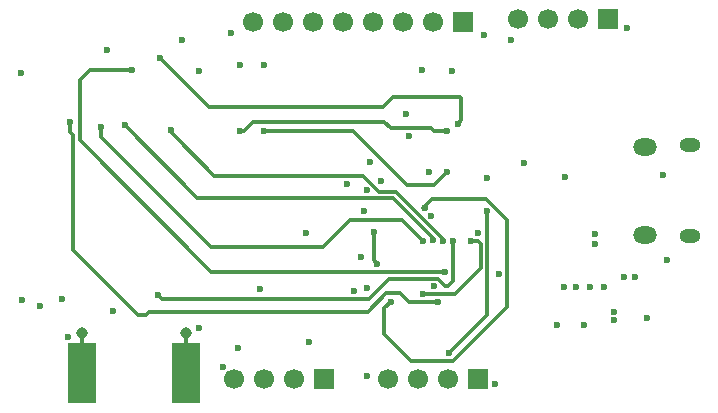
<source format=gbr>
%TF.GenerationSoftware,KiCad,Pcbnew,9.0.3*%
%TF.CreationDate,2025-09-24T15:40:22-07:00*%
%TF.ProjectId,linklet,6c696e6b-6c65-4742-9e6b-696361645f70,rev?*%
%TF.SameCoordinates,Original*%
%TF.FileFunction,Copper,L4,Bot*%
%TF.FilePolarity,Positive*%
%FSLAX46Y46*%
G04 Gerber Fmt 4.6, Leading zero omitted, Abs format (unit mm)*
G04 Created by KiCad (PCBNEW 9.0.3) date 2025-09-24 15:40:22*
%MOMM*%
%LPD*%
G01*
G04 APERTURE LIST*
%TA.AperFunction,ComponentPad*%
%ADD10R,1.700000X1.700000*%
%TD*%
%TA.AperFunction,ComponentPad*%
%ADD11C,1.700000*%
%TD*%
%TA.AperFunction,HeatsinkPad*%
%ADD12O,1.800000X1.150000*%
%TD*%
%TA.AperFunction,HeatsinkPad*%
%ADD13O,2.000000X1.450000*%
%TD*%
%TA.AperFunction,SMDPad,CuDef*%
%ADD14R,2.420000X5.080000*%
%TD*%
%TA.AperFunction,SMDPad,CuDef*%
%ADD15R,0.460000X0.950000*%
%TD*%
%TA.AperFunction,ComponentPad*%
%ADD16C,0.970000*%
%TD*%
%TA.AperFunction,ViaPad*%
%ADD17C,0.600000*%
%TD*%
%TA.AperFunction,Conductor*%
%ADD18C,0.300000*%
%TD*%
G04 APERTURE END LIST*
D10*
%TO.P,J7,1,Pin_1*%
%TO.N,+3.3V*%
X95890000Y-82000000D03*
D11*
%TO.P,J7,2,Pin_2*%
%TO.N,/USER_I2C_SDA*%
X93350000Y-82000000D03*
%TO.P,J7,3,Pin_3*%
%TO.N,/USER_I2C_SCL*%
X90810000Y-82000000D03*
%TO.P,J7,4,Pin_4*%
%TO.N,/USER_UART_TX*%
X88270000Y-82000000D03*
%TO.P,J7,5,Pin_5*%
%TO.N,/USER_UART_RX*%
X85730000Y-82000000D03*
%TO.P,J7,6,Pin_6*%
%TO.N,unconnected-(J7-Pin_6-Pad6)*%
X83190000Y-82000000D03*
%TO.P,J7,7,Pin_7*%
%TO.N,unconnected-(J7-Pin_7-Pad7)*%
X80650000Y-82000000D03*
%TO.P,J7,8,Pin_8*%
%TO.N,GND*%
X78110000Y-82000000D03*
%TD*%
D12*
%TO.P,J1,6,Shield*%
%TO.N,unconnected-(J1-Shield-Pad6)_3*%
X115095000Y-100115000D03*
D13*
%TO.N,unconnected-(J1-Shield-Pad6)_2*%
X111295000Y-99965000D03*
%TO.N,unconnected-(J1-Shield-Pad6)_1*%
X111295000Y-92515000D03*
D12*
%TO.N,unconnected-(J1-Shield-Pad6)*%
X115095000Y-92365000D03*
%TD*%
D10*
%TO.P,J2,1,Pin_1*%
%TO.N,+3.3V*%
X108120000Y-81750000D03*
D11*
%TO.P,J2,2,Pin_2*%
%TO.N,/SWDIO*%
X105580000Y-81750000D03*
%TO.P,J2,3,Pin_3*%
%TO.N,/SWCLK*%
X103040000Y-81750000D03*
%TO.P,J2,4,Pin_4*%
%TO.N,GND*%
X100500000Y-81750000D03*
%TD*%
D14*
%TO.P,J6,2,Ext*%
%TO.N,GND*%
X63620000Y-111700000D03*
X72380000Y-111700000D03*
D15*
X63620000Y-108710000D03*
X72380000Y-108710000D03*
D16*
X63620000Y-108260000D03*
X72380000Y-108260000D03*
%TD*%
D10*
%TO.P,J4,1,Pin_1*%
%TO.N,+3.3V*%
X84080000Y-112200000D03*
D11*
%TO.P,J4,2,Pin_2*%
%TO.N,/I2C_SCL*%
X81540000Y-112200000D03*
%TO.P,J4,3,Pin_3*%
%TO.N,/I2C_SDA*%
X79000000Y-112200000D03*
%TO.P,J4,4,Pin_4*%
%TO.N,GND*%
X76460000Y-112200000D03*
%TD*%
D10*
%TO.P,J3,1,Pin_1*%
%TO.N,+3.3V*%
X97120000Y-112200000D03*
D11*
%TO.P,J3,2,Pin_2*%
%TO.N,/USART1_TX*%
X94580000Y-112200000D03*
%TO.P,J3,3,Pin_3*%
%TO.N,/USART1_RX*%
X92040000Y-112200000D03*
%TO.P,J3,4,Pin_4*%
%TO.N,GND*%
X89500000Y-112200000D03*
%TD*%
D17*
%TO.N,GND*%
X107000000Y-100800000D03*
X93106714Y-98356821D03*
X61900000Y-105400000D03*
X58500000Y-105500000D03*
X58400000Y-86300000D03*
X107800000Y-104400000D03*
X66200000Y-106400000D03*
X99900000Y-83500000D03*
X112800000Y-94900000D03*
X107000000Y-99900000D03*
X87700000Y-111900000D03*
X97090000Y-99850000D03*
X109500000Y-103600000D03*
X93400000Y-104350000D03*
X113100000Y-102100000D03*
X87700000Y-104500000D03*
X87450001Y-97959625D03*
X73500000Y-107900000D03*
X62400000Y-108600000D03*
X82600000Y-99800000D03*
X93000000Y-94700000D03*
X88000000Y-93800000D03*
X72100000Y-83500000D03*
X73500000Y-86100000D03*
X76200000Y-82900000D03*
X87200000Y-101900000D03*
X97900000Y-95162500D03*
X87700000Y-96200000D03*
X75500000Y-111200000D03*
X110400000Y-103600000D03*
X86000000Y-95700000D03*
X60000000Y-106000000D03*
X106600000Y-104400000D03*
%TO.N,+3.3V*%
X92400000Y-86000000D03*
X98600000Y-112600000D03*
X108600000Y-107200000D03*
X91000000Y-89800000D03*
X77000000Y-85600000D03*
X82800000Y-109100000D03*
X91300000Y-91600000D03*
X76800000Y-109600000D03*
X86600000Y-104750000D03*
X65700000Y-84300000D03*
X109700000Y-82500000D03*
X98900000Y-103300000D03*
X101000000Y-93900000D03*
X94900000Y-86100000D03*
X103800000Y-107600000D03*
X106100000Y-107600000D03*
X78700000Y-104600000D03*
X79000000Y-85600000D03*
X108600000Y-106500000D03*
X104500000Y-95100000D03*
X97600000Y-83100000D03*
X105400000Y-104400000D03*
X104400000Y-104400000D03*
X88900000Y-95400000D03*
X111400000Y-107000000D03*
%TO.N,+3.3VA*%
X88309620Y-99709620D03*
X88600000Y-102450000D03*
%TO.N,/NRST*%
X92650000Y-97700000D03*
X89750000Y-105650000D03*
%TO.N,/TX_LED*%
X94490380Y-94690380D03*
X79000000Y-91200000D03*
%TO.N,/RX_LED*%
X94515103Y-91215103D03*
X77000000Y-91200000D03*
%TO.N,/USART1_TX*%
X94700000Y-110000000D03*
X97900000Y-98000000D03*
%TO.N,/I2C_SDA*%
X96500000Y-100500000D03*
X92500000Y-105000000D03*
%TO.N,/BOOT0*%
X95400000Y-90600000D03*
X70200000Y-85000000D03*
%TO.N,/RFM69HCW_IRQ*%
X70000000Y-105050000D03*
X94992499Y-100535021D03*
%TO.N,/RFM69HCW_MISO*%
X71100000Y-91100000D03*
X94193879Y-100488064D03*
%TO.N,/RFM69HCW_SCK*%
X93320000Y-100410000D03*
X67200000Y-90700000D03*
%TO.N,/RFM69HCW_CS*%
X65200000Y-90900000D03*
X92500000Y-100500000D03*
%TO.N,/RFM69HCW_RESET*%
X62600000Y-90400000D03*
X93700000Y-105650000D03*
%TO.N,/RFM69HCW_MOSI*%
X94300000Y-103100000D03*
X67800000Y-86000000D03*
%TD*%
D18*
%TO.N,+3.3VA*%
X88309620Y-102159620D02*
X88600000Y-102450000D01*
X88309620Y-99709620D02*
X88309620Y-102159620D01*
%TO.N,/NRST*%
X91430346Y-110651000D02*
X94969654Y-110651000D01*
X89750000Y-105650000D02*
X89200000Y-106200000D01*
X94969654Y-110651000D02*
X99551000Y-106069654D01*
X99551000Y-98730346D02*
X97769654Y-96949000D01*
X89200000Y-108420654D02*
X91430346Y-110651000D01*
X93251000Y-96949000D02*
X92500000Y-97700000D01*
X99551000Y-106069654D02*
X99551000Y-98730346D01*
X89200000Y-106200000D02*
X89200000Y-108420654D01*
X92500000Y-97700000D02*
X92650000Y-97700000D01*
X97769654Y-96949000D02*
X93251000Y-96949000D01*
%TO.N,/TX_LED*%
X79000000Y-91200000D02*
X86500000Y-91200000D01*
X86500000Y-91200000D02*
X91100000Y-95800000D01*
X93380760Y-95800000D02*
X94490380Y-94690380D01*
X91100000Y-95800000D02*
X93380760Y-95800000D01*
%TO.N,/RX_LED*%
X77300000Y-91200000D02*
X77000000Y-91200000D01*
X78100000Y-90400000D02*
X77300000Y-91200000D01*
X93147204Y-90949000D02*
X89728346Y-90949000D01*
X94515103Y-91215103D02*
X93413307Y-91215103D01*
X93413307Y-91215103D02*
X93147204Y-90949000D01*
X89728346Y-90949000D02*
X89179346Y-90400000D01*
X89179346Y-90400000D02*
X78100000Y-90400000D01*
%TO.N,/USART1_TX*%
X97900000Y-98000000D02*
X97900000Y-106800000D01*
X97900000Y-106800000D02*
X94700000Y-110000000D01*
%TO.N,/I2C_SDA*%
X96500000Y-100500000D02*
X97100000Y-100500000D01*
X95179346Y-105000000D02*
X92500000Y-105000000D01*
X97100000Y-100500000D02*
X97399000Y-100799000D01*
X97399000Y-100799000D02*
X97399000Y-102780346D01*
X97399000Y-102780346D02*
X95179346Y-105000000D01*
%TO.N,/BOOT0*%
X95700000Y-90300000D02*
X95400000Y-90600000D01*
X95700000Y-88400000D02*
X95700000Y-90300000D01*
X70200000Y-85000000D02*
X74349000Y-89149000D01*
X95600000Y-88300000D02*
X95700000Y-88400000D01*
X89051000Y-89149000D02*
X89900000Y-88300000D01*
X89900000Y-88300000D02*
X95600000Y-88300000D01*
X74349000Y-89149000D02*
X89051000Y-89149000D01*
%TO.N,/RFM69HCW_IRQ*%
X70350000Y-105400000D02*
X70000000Y-105050000D01*
X94600000Y-104300000D02*
X94300000Y-104300000D01*
X94800000Y-104100000D02*
X94600000Y-104300000D01*
X89601000Y-103699000D02*
X87900000Y-105400000D01*
X94992499Y-103907501D02*
X94800000Y-104100000D01*
X94300000Y-104300000D02*
X93699000Y-103699000D01*
X94992499Y-100535021D02*
X94992499Y-103907501D01*
X93699000Y-103699000D02*
X89601000Y-103699000D01*
X87900000Y-105400000D02*
X70350000Y-105400000D01*
%TO.N,/RFM69HCW_MISO*%
X74800000Y-95000000D02*
X71600000Y-91800000D01*
X94193879Y-100488064D02*
X94193879Y-100363225D01*
X81300000Y-95000000D02*
X74800000Y-95000000D01*
X94193879Y-100363225D02*
X90180654Y-96350000D01*
X88770654Y-96350000D02*
X87420654Y-95000000D01*
X71600000Y-91800000D02*
X71100000Y-91300000D01*
X87420654Y-95000000D02*
X81300000Y-95000000D01*
X90180654Y-96350000D02*
X88770654Y-96350000D01*
X71100000Y-91300000D02*
X71100000Y-91100000D01*
%TO.N,/RFM69HCW_SCK*%
X73351000Y-96851000D02*
X67200000Y-90700000D01*
X93320000Y-100220000D02*
X89951000Y-96851000D01*
X89951000Y-96851000D02*
X73351000Y-96851000D01*
X93320000Y-100410000D02*
X93320000Y-100220000D01*
%TO.N,/RFM69HCW_CS*%
X86300000Y-98700000D02*
X84000000Y-101000000D01*
X65200000Y-91700000D02*
X65200000Y-90900000D01*
X90700000Y-98700000D02*
X86300000Y-98700000D01*
X74500000Y-101000000D02*
X65200000Y-91700000D01*
X84000000Y-101000000D02*
X74500000Y-101000000D01*
X92500000Y-100500000D02*
X90700000Y-98700000D01*
%TO.N,/RFM69HCW_RESET*%
X87800000Y-106500000D02*
X89351000Y-104949000D01*
X62800000Y-101300000D02*
X68300000Y-106800000D01*
X62600000Y-91300000D02*
X62800000Y-91500000D01*
X91258520Y-105650000D02*
X93700000Y-105650000D01*
X90557520Y-104949000D02*
X91258520Y-105650000D01*
X62800000Y-91500000D02*
X62800000Y-101300000D01*
X69300000Y-106500000D02*
X87800000Y-106500000D01*
X68300000Y-106800000D02*
X69000000Y-106800000D01*
X62600000Y-90400000D02*
X62600000Y-91300000D01*
X69000000Y-106800000D02*
X69300000Y-106500000D01*
X89351000Y-104949000D02*
X90557520Y-104949000D01*
%TO.N,/RFM69HCW_MOSI*%
X63400000Y-92000000D02*
X74500000Y-103100000D01*
X74500000Y-103100000D02*
X94300000Y-103100000D01*
X64300000Y-86000000D02*
X63400000Y-86900000D01*
X67800000Y-86000000D02*
X64300000Y-86000000D01*
X63400000Y-86900000D02*
X63400000Y-92000000D01*
%TD*%
M02*

</source>
